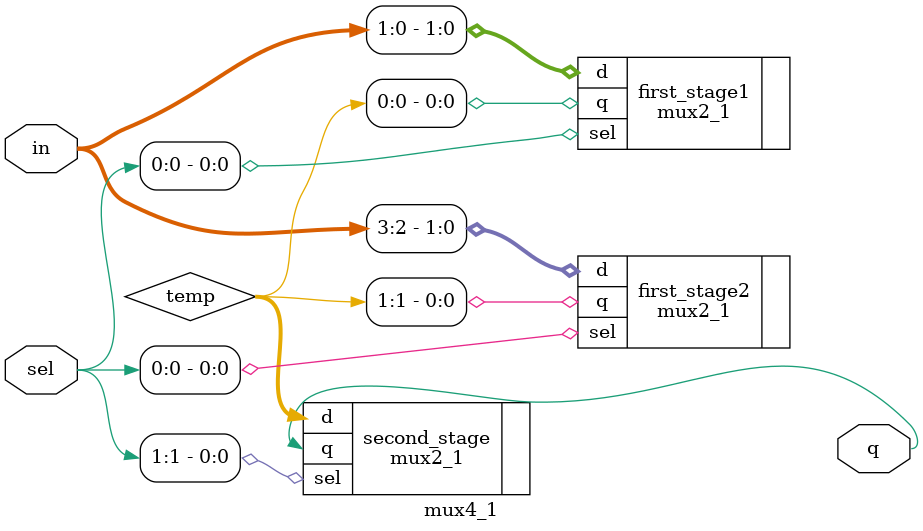
<source format=sv>
module mux4_1 (
    input logic [3:0] in,
    input logic [1:0] sel,
    output logic q
);

    logic [1:0] temp;
    mux2_1 first_stage1 (.sel(sel[0]), .d(in[1:0]), .q(temp[0]));
    mux2_1 first_stage2 (.sel(sel[0]), .d(in[3:2]), .q(temp[1]));
    mux2_1 second_stage (.sel(sel[1]), .d(temp), .q(q));

endmodule
</source>
